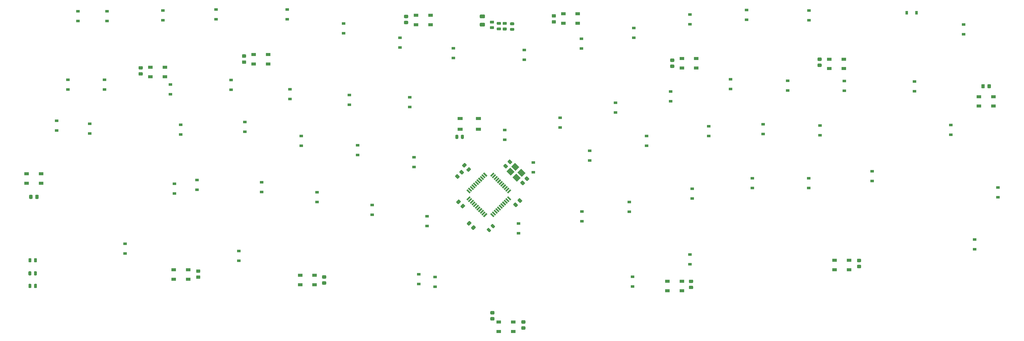
<source format=gbr>
%TF.GenerationSoftware,KiCad,Pcbnew,(5.1.6)-1*%
%TF.CreationDate,2020-07-28T20:53:14+02:00*%
%TF.ProjectId,Proyecto A,50726f79-6563-4746-9f20-412e6b696361,rev?*%
%TF.SameCoordinates,Original*%
%TF.FileFunction,Paste,Bot*%
%TF.FilePolarity,Positive*%
%FSLAX46Y46*%
G04 Gerber Fmt 4.6, Leading zero omitted, Abs format (unit mm)*
G04 Created by KiCad (PCBNEW (5.1.6)-1) date 2020-07-28 20:53:14*
%MOMM*%
%LPD*%
G01*
G04 APERTURE LIST*
%ADD10C,0.100000*%
%ADD11R,1.200000X0.900000*%
%ADD12R,1.800000X1.100000*%
%ADD13R,0.900000X1.200000*%
%ADD14R,1.500000X1.000000*%
G04 APERTURE END LIST*
%TO.C,R8*%
G36*
G01*
X234558650Y-2174501D02*
X233646150Y-2174501D01*
G75*
G02*
X233402400Y-1930751I0J243750D01*
G01*
X233402400Y-1443251D01*
G75*
G02*
X233646150Y-1199501I243750J0D01*
G01*
X234558650Y-1199501D01*
G75*
G02*
X234802400Y-1443251I0J-243750D01*
G01*
X234802400Y-1930751D01*
G75*
G02*
X234558650Y-2174501I-243750J0D01*
G01*
G37*
G36*
G01*
X234558650Y-299501D02*
X233646150Y-299501D01*
G75*
G02*
X233402400Y-55751I0J243750D01*
G01*
X233402400Y431749D01*
G75*
G02*
X233646150Y675499I243750J0D01*
G01*
X234558650Y675499D01*
G75*
G02*
X234802400Y431749I0J-243750D01*
G01*
X234802400Y-55751D01*
G75*
G02*
X234558650Y-299501I-243750J0D01*
G01*
G37*
%TD*%
D10*
%TO.C,Y1*%
G36*
X238595878Y-50368421D02*
G01*
X237323086Y-51641213D01*
X235838162Y-50156289D01*
X237110954Y-48883497D01*
X238595878Y-50368421D01*
G37*
G36*
X236545268Y-48317811D02*
G01*
X235272476Y-49590603D01*
X233787552Y-48105679D01*
X235060344Y-46832887D01*
X236545268Y-48317811D01*
G37*
G36*
X234918922Y-49944157D02*
G01*
X233646130Y-51216949D01*
X232161206Y-49732025D01*
X233433998Y-48459233D01*
X234918922Y-49944157D01*
G37*
G36*
X236969532Y-51994767D02*
G01*
X235696740Y-53267559D01*
X234211816Y-51782635D01*
X235484608Y-50509843D01*
X236969532Y-51994767D01*
G37*
%TD*%
%TO.C,C21*%
G36*
G01*
X171036401Y-86115499D02*
X170136399Y-86115499D01*
G75*
G02*
X169886400Y-85865500I0J249999D01*
G01*
X169886400Y-85215498D01*
G75*
G02*
X170136399Y-84965499I249999J0D01*
G01*
X171036401Y-84965499D01*
G75*
G02*
X171286400Y-85215498I0J-249999D01*
G01*
X171286400Y-85865500D01*
G75*
G02*
X171036401Y-86115499I-249999J0D01*
G01*
G37*
G36*
G01*
X171036401Y-88165499D02*
X170136399Y-88165499D01*
G75*
G02*
X169886400Y-87915500I0J249999D01*
G01*
X169886400Y-87265498D01*
G75*
G02*
X170136399Y-87015499I249999J0D01*
G01*
X171036401Y-87015499D01*
G75*
G02*
X171286400Y-87265498I0J-249999D01*
G01*
X171286400Y-87915500D01*
G75*
G02*
X171036401Y-88165499I-249999J0D01*
G01*
G37*
%TD*%
%TO.C,C20*%
G36*
G01*
X128491401Y-84132000D02*
X127591399Y-84132000D01*
G75*
G02*
X127341400Y-83882001I0J249999D01*
G01*
X127341400Y-83231999D01*
G75*
G02*
X127591399Y-82982000I249999J0D01*
G01*
X128491401Y-82982000D01*
G75*
G02*
X128741400Y-83231999I0J-249999D01*
G01*
X128741400Y-83882001D01*
G75*
G02*
X128491401Y-84132000I-249999J0D01*
G01*
G37*
G36*
G01*
X128491401Y-86182000D02*
X127591399Y-86182000D01*
G75*
G02*
X127341400Y-85932001I0J249999D01*
G01*
X127341400Y-85281999D01*
G75*
G02*
X127591399Y-85032000I249999J0D01*
G01*
X128491401Y-85032000D01*
G75*
G02*
X128741400Y-85281999I0J-249999D01*
G01*
X128741400Y-85932001D01*
G75*
G02*
X128491401Y-86182000I-249999J0D01*
G01*
G37*
%TD*%
%TO.C,C19*%
G36*
G01*
X72092400Y-57969999D02*
X72092400Y-58870001D01*
G75*
G02*
X71842401Y-59120000I-249999J0D01*
G01*
X71192399Y-59120000D01*
G75*
G02*
X70942400Y-58870001I0J249999D01*
G01*
X70942400Y-57969999D01*
G75*
G02*
X71192399Y-57720000I249999J0D01*
G01*
X71842401Y-57720000D01*
G75*
G02*
X72092400Y-57969999I0J-249999D01*
G01*
G37*
G36*
G01*
X74142400Y-57969999D02*
X74142400Y-58870001D01*
G75*
G02*
X73892401Y-59120000I-249999J0D01*
G01*
X73242399Y-59120000D01*
G75*
G02*
X72992400Y-58870001I0J249999D01*
G01*
X72992400Y-57969999D01*
G75*
G02*
X73242399Y-57720000I249999J0D01*
G01*
X73892401Y-57720000D01*
G75*
G02*
X74142400Y-57969999I0J-249999D01*
G01*
G37*
%TD*%
%TO.C,C18*%
G36*
G01*
X109060401Y-15298000D02*
X108160399Y-15298000D01*
G75*
G02*
X107910400Y-15048001I0J249999D01*
G01*
X107910400Y-14397999D01*
G75*
G02*
X108160399Y-14148000I249999J0D01*
G01*
X109060401Y-14148000D01*
G75*
G02*
X109310400Y-14397999I0J-249999D01*
G01*
X109310400Y-15048001D01*
G75*
G02*
X109060401Y-15298000I-249999J0D01*
G01*
G37*
G36*
G01*
X109060401Y-17348000D02*
X108160399Y-17348000D01*
G75*
G02*
X107910400Y-17098001I0J249999D01*
G01*
X107910400Y-16447999D01*
G75*
G02*
X108160399Y-16198000I249999J0D01*
G01*
X109060401Y-16198000D01*
G75*
G02*
X109310400Y-16447999I0J-249999D01*
G01*
X109310400Y-17098001D01*
G75*
G02*
X109060401Y-17348000I-249999J0D01*
G01*
G37*
%TD*%
%TO.C,C17*%
G36*
G01*
X143985401Y-11312499D02*
X143085399Y-11312499D01*
G75*
G02*
X142835400Y-11062500I0J249999D01*
G01*
X142835400Y-10412498D01*
G75*
G02*
X143085399Y-10162499I249999J0D01*
G01*
X143985401Y-10162499D01*
G75*
G02*
X144235400Y-10412498I0J-249999D01*
G01*
X144235400Y-11062500D01*
G75*
G02*
X143985401Y-11312499I-249999J0D01*
G01*
G37*
G36*
G01*
X143985401Y-13362499D02*
X143085399Y-13362499D01*
G75*
G02*
X142835400Y-13112500I0J249999D01*
G01*
X142835400Y-12462498D01*
G75*
G02*
X143085399Y-12212499I249999J0D01*
G01*
X143985401Y-12212499D01*
G75*
G02*
X144235400Y-12462498I0J-249999D01*
G01*
X144235400Y-13112500D01*
G75*
G02*
X143985401Y-13362499I-249999J0D01*
G01*
G37*
%TD*%
%TO.C,C16*%
G36*
G01*
X198722401Y2101000D02*
X197822399Y2101000D01*
G75*
G02*
X197572400Y2350999I0J249999D01*
G01*
X197572400Y3001001D01*
G75*
G02*
X197822399Y3251000I249999J0D01*
G01*
X198722401Y3251000D01*
G75*
G02*
X198972400Y3001001I0J-249999D01*
G01*
X198972400Y2350999D01*
G75*
G02*
X198722401Y2101000I-249999J0D01*
G01*
G37*
G36*
G01*
X198722401Y51000D02*
X197822399Y51000D01*
G75*
G02*
X197572400Y300999I0J249999D01*
G01*
X197572400Y951001D01*
G75*
G02*
X197822399Y1201000I249999J0D01*
G01*
X198722401Y1201000D01*
G75*
G02*
X198972400Y951001I0J-249999D01*
G01*
X198972400Y300999D01*
G75*
G02*
X198722401Y51000I-249999J0D01*
G01*
G37*
%TD*%
%TO.C,C15*%
G36*
G01*
X248633401Y2306499D02*
X247733399Y2306499D01*
G75*
G02*
X247483400Y2556498I0J249999D01*
G01*
X247483400Y3206500D01*
G75*
G02*
X247733399Y3456499I249999J0D01*
G01*
X248633401Y3456499D01*
G75*
G02*
X248883400Y3206500I0J-249999D01*
G01*
X248883400Y2556498D01*
G75*
G02*
X248633401Y2306499I-249999J0D01*
G01*
G37*
G36*
G01*
X248633401Y256499D02*
X247733399Y256499D01*
G75*
G02*
X247483400Y506498I0J249999D01*
G01*
X247483400Y1156500D01*
G75*
G02*
X247733399Y1406499I249999J0D01*
G01*
X248633401Y1406499D01*
G75*
G02*
X248883400Y1156500I0J-249999D01*
G01*
X248883400Y506498D01*
G75*
G02*
X248633401Y256499I-249999J0D01*
G01*
G37*
%TD*%
%TO.C,C14*%
G36*
G01*
X288638401Y-12709499D02*
X287738399Y-12709499D01*
G75*
G02*
X287488400Y-12459500I0J249999D01*
G01*
X287488400Y-11809498D01*
G75*
G02*
X287738399Y-11559499I249999J0D01*
G01*
X288638401Y-11559499D01*
G75*
G02*
X288888400Y-11809498I0J-249999D01*
G01*
X288888400Y-12459500D01*
G75*
G02*
X288638401Y-12709499I-249999J0D01*
G01*
G37*
G36*
G01*
X288638401Y-14759499D02*
X287738399Y-14759499D01*
G75*
G02*
X287488400Y-14509500I0J249999D01*
G01*
X287488400Y-13859498D01*
G75*
G02*
X287738399Y-13609499I249999J0D01*
G01*
X288638401Y-13609499D01*
G75*
G02*
X288888400Y-13859498I0J-249999D01*
G01*
X288888400Y-14509500D01*
G75*
G02*
X288638401Y-14759499I-249999J0D01*
G01*
G37*
%TD*%
%TO.C,C13*%
G36*
G01*
X338422401Y-12377000D02*
X337522399Y-12377000D01*
G75*
G02*
X337272400Y-12127001I0J249999D01*
G01*
X337272400Y-11476999D01*
G75*
G02*
X337522399Y-11227000I249999J0D01*
G01*
X338422401Y-11227000D01*
G75*
G02*
X338672400Y-11476999I0J-249999D01*
G01*
X338672400Y-12127001D01*
G75*
G02*
X338422401Y-12377000I-249999J0D01*
G01*
G37*
G36*
G01*
X338422401Y-14427000D02*
X337522399Y-14427000D01*
G75*
G02*
X337272400Y-14177001I0J249999D01*
G01*
X337272400Y-13526999D01*
G75*
G02*
X337522399Y-13277000I249999J0D01*
G01*
X338422401Y-13277000D01*
G75*
G02*
X338672400Y-13526999I0J-249999D01*
G01*
X338672400Y-14177001D01*
G75*
G02*
X338422401Y-14427000I-249999J0D01*
G01*
G37*
%TD*%
%TO.C,C12*%
G36*
G01*
X394683400Y-21405001D02*
X394683400Y-20504999D01*
G75*
G02*
X394933399Y-20255000I249999J0D01*
G01*
X395583401Y-20255000D01*
G75*
G02*
X395833400Y-20504999I0J-249999D01*
G01*
X395833400Y-21405001D01*
G75*
G02*
X395583401Y-21655000I-249999J0D01*
G01*
X394933399Y-21655000D01*
G75*
G02*
X394683400Y-21405001I0J249999D01*
G01*
G37*
G36*
G01*
X392633400Y-21405001D02*
X392633400Y-20504999D01*
G75*
G02*
X392883399Y-20255000I249999J0D01*
G01*
X393533401Y-20255000D01*
G75*
G02*
X393783400Y-20504999I0J-249999D01*
G01*
X393783400Y-21405001D01*
G75*
G02*
X393533401Y-21655000I-249999J0D01*
G01*
X392883399Y-21655000D01*
G75*
G02*
X392633400Y-21405001I0J249999D01*
G01*
G37*
%TD*%
%TO.C,C11*%
G36*
G01*
X351757401Y-80527499D02*
X350857399Y-80527499D01*
G75*
G02*
X350607400Y-80277500I0J249999D01*
G01*
X350607400Y-79627498D01*
G75*
G02*
X350857399Y-79377499I249999J0D01*
G01*
X351757401Y-79377499D01*
G75*
G02*
X352007400Y-79627498I0J-249999D01*
G01*
X352007400Y-80277500D01*
G75*
G02*
X351757401Y-80527499I-249999J0D01*
G01*
G37*
G36*
G01*
X351757401Y-82577499D02*
X350857399Y-82577499D01*
G75*
G02*
X350607400Y-82327500I0J249999D01*
G01*
X350607400Y-81677498D01*
G75*
G02*
X350857399Y-81427499I249999J0D01*
G01*
X351757401Y-81427499D01*
G75*
G02*
X352007400Y-81677498I0J-249999D01*
G01*
X352007400Y-82327500D01*
G75*
G02*
X351757401Y-82577499I-249999J0D01*
G01*
G37*
%TD*%
%TO.C,C10*%
G36*
G01*
X294988401Y-87609500D02*
X294088399Y-87609500D01*
G75*
G02*
X293838400Y-87359501I0J249999D01*
G01*
X293838400Y-86709499D01*
G75*
G02*
X294088399Y-86459500I249999J0D01*
G01*
X294988401Y-86459500D01*
G75*
G02*
X295238400Y-86709499I0J-249999D01*
G01*
X295238400Y-87359501D01*
G75*
G02*
X294988401Y-87609500I-249999J0D01*
G01*
G37*
G36*
G01*
X294988401Y-89659500D02*
X294088399Y-89659500D01*
G75*
G02*
X293838400Y-89409501I0J249999D01*
G01*
X293838400Y-88759499D01*
G75*
G02*
X294088399Y-88509500I249999J0D01*
G01*
X294988401Y-88509500D01*
G75*
G02*
X295238400Y-88759499I0J-249999D01*
G01*
X295238400Y-89409501D01*
G75*
G02*
X294988401Y-89659500I-249999J0D01*
G01*
G37*
%TD*%
%TO.C,C9*%
G36*
G01*
X238346401Y-101355499D02*
X237446399Y-101355499D01*
G75*
G02*
X237196400Y-101105500I0J249999D01*
G01*
X237196400Y-100455498D01*
G75*
G02*
X237446399Y-100205499I249999J0D01*
G01*
X238346401Y-100205499D01*
G75*
G02*
X238596400Y-100455498I0J-249999D01*
G01*
X238596400Y-101105500D01*
G75*
G02*
X238346401Y-101355499I-249999J0D01*
G01*
G37*
G36*
G01*
X238346401Y-103405499D02*
X237446399Y-103405499D01*
G75*
G02*
X237196400Y-103155500I0J249999D01*
G01*
X237196400Y-102505498D01*
G75*
G02*
X237446399Y-102255499I249999J0D01*
G01*
X238346401Y-102255499D01*
G75*
G02*
X238596400Y-102505498I0J-249999D01*
G01*
X238596400Y-103155500D01*
G75*
G02*
X238346401Y-103405499I-249999J0D01*
G01*
G37*
%TD*%
%TO.C,C7*%
G36*
G01*
X216963796Y-50787001D02*
X216327399Y-50150604D01*
G75*
G02*
X216327399Y-49797052I176776J176776D01*
G01*
X216787020Y-49337431D01*
G75*
G02*
X217140572Y-49337431I176776J-176776D01*
G01*
X217776969Y-49973828D01*
G75*
G02*
X217776969Y-50327380I-176776J-176776D01*
G01*
X217317348Y-50787001D01*
G75*
G02*
X216963796Y-50787001I-176776J176776D01*
G01*
G37*
G36*
G01*
X215514228Y-52236569D02*
X214877831Y-51600172D01*
G75*
G02*
X214877831Y-51246620I176776J176776D01*
G01*
X215337452Y-50786999D01*
G75*
G02*
X215691004Y-50786999I176776J-176776D01*
G01*
X216327401Y-51423396D01*
G75*
G02*
X216327401Y-51776948I-176776J-176776D01*
G01*
X215867780Y-52236569D01*
G75*
G02*
X215514228Y-52236569I-176776J176776D01*
G01*
G37*
%TD*%
%TO.C,C6*%
G36*
G01*
X218697399Y-49083396D02*
X219333796Y-48446999D01*
G75*
G02*
X219687348Y-48446999I176776J-176776D01*
G01*
X220146969Y-48906620D01*
G75*
G02*
X220146969Y-49260172I-176776J-176776D01*
G01*
X219510572Y-49896569D01*
G75*
G02*
X219157020Y-49896569I-176776J176776D01*
G01*
X218697399Y-49436948D01*
G75*
G02*
X218697399Y-49083396I176776J176776D01*
G01*
G37*
G36*
G01*
X217247831Y-47633828D02*
X217884228Y-46997431D01*
G75*
G02*
X218237780Y-46997431I176776J-176776D01*
G01*
X218697401Y-47457052D01*
G75*
G02*
X218697401Y-47810604I-176776J-176776D01*
G01*
X218061004Y-48447001D01*
G75*
G02*
X217707452Y-48447001I-176776J176776D01*
G01*
X217247831Y-47987380D01*
G75*
G02*
X217247831Y-47633828I176776J176776D01*
G01*
G37*
%TD*%
%TO.C,C5*%
G36*
G01*
X220297401Y-67470604D02*
X219661004Y-68107001D01*
G75*
G02*
X219307452Y-68107001I-176776J176776D01*
G01*
X218847831Y-67647380D01*
G75*
G02*
X218847831Y-67293828I176776J176776D01*
G01*
X219484228Y-66657431D01*
G75*
G02*
X219837780Y-66657431I176776J-176776D01*
G01*
X220297401Y-67117052D01*
G75*
G02*
X220297401Y-67470604I-176776J-176776D01*
G01*
G37*
G36*
G01*
X221746969Y-68920172D02*
X221110572Y-69556569D01*
G75*
G02*
X220757020Y-69556569I-176776J176776D01*
G01*
X220297399Y-69096948D01*
G75*
G02*
X220297399Y-68743396I176776J176776D01*
G01*
X220933796Y-68106999D01*
G75*
G02*
X221287348Y-68106999I176776J-176776D01*
G01*
X221746969Y-68566620D01*
G75*
G02*
X221746969Y-68920172I-176776J-176776D01*
G01*
G37*
%TD*%
%TO.C,C4*%
G36*
G01*
X236638796Y-60387001D02*
X236002399Y-59750604D01*
G75*
G02*
X236002399Y-59397052I176776J176776D01*
G01*
X236462020Y-58937431D01*
G75*
G02*
X236815572Y-58937431I176776J-176776D01*
G01*
X237451969Y-59573828D01*
G75*
G02*
X237451969Y-59927380I-176776J-176776D01*
G01*
X236992348Y-60387001D01*
G75*
G02*
X236638796Y-60387001I-176776J176776D01*
G01*
G37*
G36*
G01*
X235189228Y-61836569D02*
X234552831Y-61200172D01*
G75*
G02*
X234552831Y-60846620I176776J176776D01*
G01*
X235012452Y-60386999D01*
G75*
G02*
X235366004Y-60386999I176776J-176776D01*
G01*
X236002401Y-61023396D01*
G75*
G02*
X236002401Y-61376948I-176776J-176776D01*
G01*
X235542780Y-61836569D01*
G75*
G02*
X235189228Y-61836569I-176776J176776D01*
G01*
G37*
%TD*%
%TO.C,C3*%
G36*
G01*
X231998091Y-47289912D02*
X232634488Y-47926309D01*
G75*
G02*
X232634488Y-48279861I-176776J-176776D01*
G01*
X232174867Y-48739482D01*
G75*
G02*
X231821315Y-48739482I-176776J176776D01*
G01*
X231184918Y-48103085D01*
G75*
G02*
X231184918Y-47749533I176776J176776D01*
G01*
X231644539Y-47289912D01*
G75*
G02*
X231998091Y-47289912I176776J-176776D01*
G01*
G37*
G36*
G01*
X233447659Y-45840344D02*
X234084056Y-46476741D01*
G75*
G02*
X234084056Y-46830293I-176776J-176776D01*
G01*
X233624435Y-47289914D01*
G75*
G02*
X233270883Y-47289914I-176776J176776D01*
G01*
X232634486Y-46653517D01*
G75*
G02*
X232634486Y-46299965I176776J176776D01*
G01*
X233094107Y-45840344D01*
G75*
G02*
X233447659Y-45840344I176776J-176776D01*
G01*
G37*
%TD*%
%TO.C,C2*%
G36*
G01*
X239013796Y-52977001D02*
X238377399Y-52340604D01*
G75*
G02*
X238377399Y-51987052I176776J176776D01*
G01*
X238837020Y-51527431D01*
G75*
G02*
X239190572Y-51527431I176776J-176776D01*
G01*
X239826969Y-52163828D01*
G75*
G02*
X239826969Y-52517380I-176776J-176776D01*
G01*
X239367348Y-52977001D01*
G75*
G02*
X239013796Y-52977001I-176776J176776D01*
G01*
G37*
G36*
G01*
X237564228Y-54426569D02*
X236927831Y-53790172D01*
G75*
G02*
X236927831Y-53436620I176776J176776D01*
G01*
X237387452Y-52976999D01*
G75*
G02*
X237741004Y-52976999I176776J-176776D01*
G01*
X238377401Y-53613396D01*
G75*
G02*
X238377401Y-53966948I-176776J-176776D01*
G01*
X237917780Y-54426569D01*
G75*
G02*
X237564228Y-54426569I-176776J176776D01*
G01*
G37*
%TD*%
%TO.C,C1*%
G36*
G01*
X216710312Y-61466309D02*
X217346709Y-60829912D01*
G75*
G02*
X217700261Y-60829912I176776J-176776D01*
G01*
X218159882Y-61289533D01*
G75*
G02*
X218159882Y-61643085I-176776J-176776D01*
G01*
X217523485Y-62279482D01*
G75*
G02*
X217169933Y-62279482I-176776J176776D01*
G01*
X216710312Y-61819861D01*
G75*
G02*
X216710312Y-61466309I176776J176776D01*
G01*
G37*
G36*
G01*
X215260744Y-60016741D02*
X215897141Y-59380344D01*
G75*
G02*
X216250693Y-59380344I176776J-176776D01*
G01*
X216710314Y-59839965D01*
G75*
G02*
X216710314Y-60193517I-176776J-176776D01*
G01*
X216073917Y-60829914D01*
G75*
G02*
X215720365Y-60829914I-176776J176776D01*
G01*
X215260744Y-60370293D01*
G75*
G02*
X215260744Y-60016741I176776J176776D01*
G01*
G37*
%TD*%
%TO.C,R11*%
G36*
G01*
X227877401Y-98247000D02*
X226977399Y-98247000D01*
G75*
G02*
X226727400Y-97997001I0J249999D01*
G01*
X226727400Y-97346999D01*
G75*
G02*
X226977399Y-97097000I249999J0D01*
G01*
X227877401Y-97097000D01*
G75*
G02*
X228127400Y-97346999I0J-249999D01*
G01*
X228127400Y-97997001D01*
G75*
G02*
X227877401Y-98247000I-249999J0D01*
G01*
G37*
G36*
G01*
X227877401Y-100297000D02*
X226977399Y-100297000D01*
G75*
G02*
X226727400Y-100047001I0J249999D01*
G01*
X226727400Y-99396999D01*
G75*
G02*
X226977399Y-99147000I249999J0D01*
G01*
X227877401Y-99147000D01*
G75*
G02*
X228127400Y-99396999I0J-249999D01*
G01*
X228127400Y-100047001D01*
G75*
G02*
X227877401Y-100297000I-249999J0D01*
G01*
G37*
%TD*%
%TO.C,R2*%
G36*
G01*
X232058650Y-2049500D02*
X231146150Y-2049500D01*
G75*
G02*
X230902400Y-1805750I0J243750D01*
G01*
X230902400Y-1318250D01*
G75*
G02*
X231146150Y-1074500I243750J0D01*
G01*
X232058650Y-1074500D01*
G75*
G02*
X232302400Y-1318250I0J-243750D01*
G01*
X232302400Y-1805750D01*
G75*
G02*
X232058650Y-2049500I-243750J0D01*
G01*
G37*
G36*
G01*
X232058650Y-174500D02*
X231146150Y-174500D01*
G75*
G02*
X230902400Y69250I0J243750D01*
G01*
X230902400Y556750D01*
G75*
G02*
X231146150Y800500I243750J0D01*
G01*
X232058650Y800500D01*
G75*
G02*
X232302400Y556750I0J-243750D01*
G01*
X232302400Y69250D01*
G75*
G02*
X232058650Y-174500I-243750J0D01*
G01*
G37*
%TD*%
%TO.C,R1*%
G36*
G01*
X230083650Y-2024500D02*
X229171150Y-2024500D01*
G75*
G02*
X228927400Y-1780750I0J243750D01*
G01*
X228927400Y-1293250D01*
G75*
G02*
X229171150Y-1049500I243750J0D01*
G01*
X230083650Y-1049500D01*
G75*
G02*
X230327400Y-1293250I0J-243750D01*
G01*
X230327400Y-1780750D01*
G75*
G02*
X230083650Y-2024500I-243750J0D01*
G01*
G37*
G36*
G01*
X230083650Y-149500D02*
X229171150Y-149500D01*
G75*
G02*
X228927400Y94250I0J243750D01*
G01*
X228927400Y581750D01*
G75*
G02*
X229171150Y825500I243750J0D01*
G01*
X230083650Y825500D01*
G75*
G02*
X230327400Y581750I0J-243750D01*
G01*
X230327400Y94250D01*
G75*
G02*
X230083650Y-149500I-243750J0D01*
G01*
G37*
%TD*%
D11*
%TO.C,D_63*%
X294177400Y-81217000D03*
X294177400Y-77917000D03*
%TD*%
%TO.C,R6*%
G36*
G01*
X71684900Y-88130750D02*
X71684900Y-89043250D01*
G75*
G02*
X71441150Y-89287000I-243750J0D01*
G01*
X70953650Y-89287000D01*
G75*
G02*
X70709900Y-89043250I0J243750D01*
G01*
X70709900Y-88130750D01*
G75*
G02*
X70953650Y-87887000I243750J0D01*
G01*
X71441150Y-87887000D01*
G75*
G02*
X71684900Y-88130750I0J-243750D01*
G01*
G37*
G36*
G01*
X73559900Y-88130750D02*
X73559900Y-89043250D01*
G75*
G02*
X73316150Y-89287000I-243750J0D01*
G01*
X72828650Y-89287000D01*
G75*
G02*
X72584900Y-89043250I0J243750D01*
G01*
X72584900Y-88130750D01*
G75*
G02*
X72828650Y-87887000I243750J0D01*
G01*
X73316150Y-87887000D01*
G75*
G02*
X73559900Y-88130750I0J-243750D01*
G01*
G37*
%TD*%
%TO.C,D_40*%
X300557528Y-37820961D03*
X300557528Y-34520961D03*
%TD*%
%TO.C,D_44*%
X386670000Y-50000D03*
X386670000Y-3350000D03*
%TD*%
D10*
%TO.C,U1*%
G36*
X219684700Y-58206978D02*
G01*
X220073608Y-58595886D01*
X219012948Y-59656546D01*
X218624040Y-59267638D01*
X219684700Y-58206978D01*
G37*
G36*
X220250386Y-58772663D02*
G01*
X220639294Y-59161571D01*
X219578634Y-60222231D01*
X219189726Y-59833323D01*
X220250386Y-58772663D01*
G37*
G36*
X220816071Y-59338348D02*
G01*
X221204979Y-59727256D01*
X220144319Y-60787916D01*
X219755411Y-60399008D01*
X220816071Y-59338348D01*
G37*
G36*
X221381756Y-59904034D02*
G01*
X221770664Y-60292942D01*
X220710004Y-61353602D01*
X220321096Y-60964694D01*
X221381756Y-59904034D01*
G37*
G36*
X221947442Y-60469719D02*
G01*
X222336350Y-60858627D01*
X221275690Y-61919287D01*
X220886782Y-61530379D01*
X221947442Y-60469719D01*
G37*
G36*
X222513127Y-61035405D02*
G01*
X222902035Y-61424313D01*
X221841375Y-62484973D01*
X221452467Y-62096065D01*
X222513127Y-61035405D01*
G37*
G36*
X223078813Y-61601090D02*
G01*
X223467721Y-61989998D01*
X222407061Y-63050658D01*
X222018153Y-62661750D01*
X223078813Y-61601090D01*
G37*
G36*
X223644498Y-62166776D02*
G01*
X224033406Y-62555684D01*
X222972746Y-63616344D01*
X222583838Y-63227436D01*
X223644498Y-62166776D01*
G37*
G36*
X224210184Y-62732461D02*
G01*
X224599092Y-63121369D01*
X223538432Y-64182029D01*
X223149524Y-63793121D01*
X224210184Y-62732461D01*
G37*
G36*
X224775869Y-63298146D02*
G01*
X225164777Y-63687054D01*
X224104117Y-64747714D01*
X223715209Y-64358806D01*
X224775869Y-63298146D01*
G37*
G36*
X225341554Y-63863832D02*
G01*
X225730462Y-64252740D01*
X224669802Y-65313400D01*
X224280894Y-64924492D01*
X225341554Y-63863832D01*
G37*
G36*
X226685058Y-64252740D02*
G01*
X227073966Y-63863832D01*
X228134626Y-64924492D01*
X227745718Y-65313400D01*
X226685058Y-64252740D01*
G37*
G36*
X227250743Y-63687054D02*
G01*
X227639651Y-63298146D01*
X228700311Y-64358806D01*
X228311403Y-64747714D01*
X227250743Y-63687054D01*
G37*
G36*
X227816428Y-63121369D02*
G01*
X228205336Y-62732461D01*
X229265996Y-63793121D01*
X228877088Y-64182029D01*
X227816428Y-63121369D01*
G37*
G36*
X228382114Y-62555684D02*
G01*
X228771022Y-62166776D01*
X229831682Y-63227436D01*
X229442774Y-63616344D01*
X228382114Y-62555684D01*
G37*
G36*
X228947799Y-61989998D02*
G01*
X229336707Y-61601090D01*
X230397367Y-62661750D01*
X230008459Y-63050658D01*
X228947799Y-61989998D01*
G37*
G36*
X229513485Y-61424313D02*
G01*
X229902393Y-61035405D01*
X230963053Y-62096065D01*
X230574145Y-62484973D01*
X229513485Y-61424313D01*
G37*
G36*
X230079170Y-60858627D02*
G01*
X230468078Y-60469719D01*
X231528738Y-61530379D01*
X231139830Y-61919287D01*
X230079170Y-60858627D01*
G37*
G36*
X230644856Y-60292942D02*
G01*
X231033764Y-59904034D01*
X232094424Y-60964694D01*
X231705516Y-61353602D01*
X230644856Y-60292942D01*
G37*
G36*
X231210541Y-59727256D02*
G01*
X231599449Y-59338348D01*
X232660109Y-60399008D01*
X232271201Y-60787916D01*
X231210541Y-59727256D01*
G37*
G36*
X231776226Y-59161571D02*
G01*
X232165134Y-58772663D01*
X233225794Y-59833323D01*
X232836886Y-60222231D01*
X231776226Y-59161571D01*
G37*
G36*
X232341912Y-58595886D02*
G01*
X232730820Y-58206978D01*
X233791480Y-59267638D01*
X233402572Y-59656546D01*
X232341912Y-58595886D01*
G37*
G36*
X233402572Y-55802814D02*
G01*
X233791480Y-56191722D01*
X232730820Y-57252382D01*
X232341912Y-56863474D01*
X233402572Y-55802814D01*
G37*
G36*
X232836886Y-55237129D02*
G01*
X233225794Y-55626037D01*
X232165134Y-56686697D01*
X231776226Y-56297789D01*
X232836886Y-55237129D01*
G37*
G36*
X232271201Y-54671444D02*
G01*
X232660109Y-55060352D01*
X231599449Y-56121012D01*
X231210541Y-55732104D01*
X232271201Y-54671444D01*
G37*
G36*
X231705516Y-54105758D02*
G01*
X232094424Y-54494666D01*
X231033764Y-55555326D01*
X230644856Y-55166418D01*
X231705516Y-54105758D01*
G37*
G36*
X231139830Y-53540073D02*
G01*
X231528738Y-53928981D01*
X230468078Y-54989641D01*
X230079170Y-54600733D01*
X231139830Y-53540073D01*
G37*
G36*
X230574145Y-52974387D02*
G01*
X230963053Y-53363295D01*
X229902393Y-54423955D01*
X229513485Y-54035047D01*
X230574145Y-52974387D01*
G37*
G36*
X230008459Y-52408702D02*
G01*
X230397367Y-52797610D01*
X229336707Y-53858270D01*
X228947799Y-53469362D01*
X230008459Y-52408702D01*
G37*
G36*
X229442774Y-51843016D02*
G01*
X229831682Y-52231924D01*
X228771022Y-53292584D01*
X228382114Y-52903676D01*
X229442774Y-51843016D01*
G37*
G36*
X228877088Y-51277331D02*
G01*
X229265996Y-51666239D01*
X228205336Y-52726899D01*
X227816428Y-52337991D01*
X228877088Y-51277331D01*
G37*
G36*
X228311403Y-50711646D02*
G01*
X228700311Y-51100554D01*
X227639651Y-52161214D01*
X227250743Y-51772306D01*
X228311403Y-50711646D01*
G37*
G36*
X227745718Y-50145960D02*
G01*
X228134626Y-50534868D01*
X227073966Y-51595528D01*
X226685058Y-51206620D01*
X227745718Y-50145960D01*
G37*
G36*
X224280894Y-50534868D02*
G01*
X224669802Y-50145960D01*
X225730462Y-51206620D01*
X225341554Y-51595528D01*
X224280894Y-50534868D01*
G37*
G36*
X223715209Y-51100554D02*
G01*
X224104117Y-50711646D01*
X225164777Y-51772306D01*
X224775869Y-52161214D01*
X223715209Y-51100554D01*
G37*
G36*
X223149524Y-51666239D02*
G01*
X223538432Y-51277331D01*
X224599092Y-52337991D01*
X224210184Y-52726899D01*
X223149524Y-51666239D01*
G37*
G36*
X222583838Y-52231924D02*
G01*
X222972746Y-51843016D01*
X224033406Y-52903676D01*
X223644498Y-53292584D01*
X222583838Y-52231924D01*
G37*
G36*
X222018153Y-52797610D02*
G01*
X222407061Y-52408702D01*
X223467721Y-53469362D01*
X223078813Y-53858270D01*
X222018153Y-52797610D01*
G37*
G36*
X221452467Y-53363295D02*
G01*
X221841375Y-52974387D01*
X222902035Y-54035047D01*
X222513127Y-54423955D01*
X221452467Y-53363295D01*
G37*
G36*
X220886782Y-53928981D02*
G01*
X221275690Y-53540073D01*
X222336350Y-54600733D01*
X221947442Y-54989641D01*
X220886782Y-53928981D01*
G37*
G36*
X220321096Y-54494666D02*
G01*
X220710004Y-54105758D01*
X221770664Y-55166418D01*
X221381756Y-55555326D01*
X220321096Y-54494666D01*
G37*
G36*
X219755411Y-55060352D02*
G01*
X220144319Y-54671444D01*
X221204979Y-55732104D01*
X220816071Y-56121012D01*
X219755411Y-55060352D01*
G37*
G36*
X219189726Y-55626037D02*
G01*
X219578634Y-55237129D01*
X220639294Y-56297789D01*
X220250386Y-56686697D01*
X219189726Y-55626037D01*
G37*
G36*
X218624040Y-56191722D02*
G01*
X219012948Y-55802814D01*
X220073608Y-56863474D01*
X219684700Y-57252382D01*
X218624040Y-56191722D01*
G37*
%TD*%
D12*
%TO.C,SW1*%
X216550000Y-35550000D03*
X222750000Y-35550000D03*
X216550000Y-31850000D03*
X222750000Y-31850000D03*
%TD*%
%TO.C,R9*%
G36*
G01*
X227758650Y-1599500D02*
X226846150Y-1599500D01*
G75*
G02*
X226602400Y-1355750I0J243750D01*
G01*
X226602400Y-868250D01*
G75*
G02*
X226846150Y-624500I243750J0D01*
G01*
X227758650Y-624500D01*
G75*
G02*
X228002400Y-868250I0J-243750D01*
G01*
X228002400Y-1355750D01*
G75*
G02*
X227758650Y-1599500I-243750J0D01*
G01*
G37*
G36*
G01*
X227758650Y275500D02*
X226846150Y275500D01*
G75*
G02*
X226602400Y519250I0J243750D01*
G01*
X226602400Y1006750D01*
G75*
G02*
X226846150Y1250500I243750J0D01*
G01*
X227758650Y1250500D01*
G75*
G02*
X228002400Y1006750I0J-243750D01*
G01*
X228002400Y519250D01*
G75*
G02*
X227758650Y275500I-243750J0D01*
G01*
G37*
%TD*%
%TO.C,R7*%
G36*
G01*
X71664900Y-83860750D02*
X71664900Y-84773250D01*
G75*
G02*
X71421150Y-85017000I-243750J0D01*
G01*
X70933650Y-85017000D01*
G75*
G02*
X70689900Y-84773250I0J243750D01*
G01*
X70689900Y-83860750D01*
G75*
G02*
X70933650Y-83617000I243750J0D01*
G01*
X71421150Y-83617000D01*
G75*
G02*
X71664900Y-83860750I0J-243750D01*
G01*
G37*
G36*
G01*
X73539900Y-83860750D02*
X73539900Y-84773250D01*
G75*
G02*
X73296150Y-85017000I-243750J0D01*
G01*
X72808650Y-85017000D01*
G75*
G02*
X72564900Y-84773250I0J243750D01*
G01*
X72564900Y-83860750D01*
G75*
G02*
X72808650Y-83617000I243750J0D01*
G01*
X73296150Y-83617000D01*
G75*
G02*
X73539900Y-83860750I0J-243750D01*
G01*
G37*
%TD*%
%TO.C,R5*%
G36*
G01*
X71684900Y-79430750D02*
X71684900Y-80343250D01*
G75*
G02*
X71441150Y-80587000I-243750J0D01*
G01*
X70953650Y-80587000D01*
G75*
G02*
X70709900Y-80343250I0J243750D01*
G01*
X70709900Y-79430750D01*
G75*
G02*
X70953650Y-79187000I243750J0D01*
G01*
X71441150Y-79187000D01*
G75*
G02*
X71684900Y-79430750I0J-243750D01*
G01*
G37*
G36*
G01*
X73559900Y-79430750D02*
X73559900Y-80343250D01*
G75*
G02*
X73316150Y-80587000I-243750J0D01*
G01*
X72828650Y-80587000D01*
G75*
G02*
X72584900Y-80343250I0J243750D01*
G01*
X72584900Y-79430750D01*
G75*
G02*
X72828650Y-79187000I243750J0D01*
G01*
X73316150Y-79187000D01*
G75*
G02*
X73559900Y-79430750I0J-243750D01*
G01*
G37*
%TD*%
%TO.C,R4*%
G36*
G01*
X227568216Y-68991419D02*
X226922981Y-68346184D01*
G75*
G02*
X226922981Y-68001470I172357J172357D01*
G01*
X227267696Y-67656755D01*
G75*
G02*
X227612410Y-67656755I172357J-172357D01*
G01*
X228257645Y-68301990D01*
G75*
G02*
X228257645Y-68646704I-172357J-172357D01*
G01*
X227912930Y-68991419D01*
G75*
G02*
X227568216Y-68991419I-172357J172357D01*
G01*
G37*
G36*
G01*
X226242390Y-70317245D02*
X225597155Y-69672010D01*
G75*
G02*
X225597155Y-69327296I172357J172357D01*
G01*
X225941870Y-68982581D01*
G75*
G02*
X226286584Y-68982581I172357J-172357D01*
G01*
X226931819Y-69627816D01*
G75*
G02*
X226931819Y-69972530I-172357J-172357D01*
G01*
X226587104Y-70317245D01*
G75*
G02*
X226242390Y-70317245I-172357J172357D01*
G01*
G37*
%TD*%
%TO.C,R3*%
G36*
G01*
X215914901Y-37630750D02*
X215914901Y-38543250D01*
G75*
G02*
X215671151Y-38787000I-243750J0D01*
G01*
X215183651Y-38787000D01*
G75*
G02*
X214939901Y-38543250I0J243750D01*
G01*
X214939901Y-37630750D01*
G75*
G02*
X215183651Y-37387000I243750J0D01*
G01*
X215671151Y-37387000D01*
G75*
G02*
X215914901Y-37630750I0J-243750D01*
G01*
G37*
G36*
G01*
X217789901Y-37630750D02*
X217789901Y-38543250D01*
G75*
G02*
X217546151Y-38787000I-243750J0D01*
G01*
X217058651Y-38787000D01*
G75*
G02*
X216814901Y-38543250I0J243750D01*
G01*
X216814901Y-37630750D01*
G75*
G02*
X217058651Y-37387000I243750J0D01*
G01*
X217546151Y-37387000D01*
G75*
G02*
X217789901Y-37630750I0J-243750D01*
G01*
G37*
%TD*%
%TO.C,F1*%
G36*
G01*
X224675000Y2075000D02*
X223425000Y2075000D01*
G75*
G02*
X223175000Y2325000I0J250000D01*
G01*
X223175000Y3075000D01*
G75*
G02*
X223425000Y3325000I250000J0D01*
G01*
X224675000Y3325000D01*
G75*
G02*
X224925000Y3075000I0J-250000D01*
G01*
X224925000Y2325000D01*
G75*
G02*
X224675000Y2075000I-250000J0D01*
G01*
G37*
G36*
G01*
X224675000Y-725000D02*
X223425000Y-725000D01*
G75*
G02*
X223175000Y-475000I0J250000D01*
G01*
X223175000Y275000D01*
G75*
G02*
X223425000Y525000I250000J0D01*
G01*
X224675000Y525000D01*
G75*
G02*
X224925000Y275000I0J-250000D01*
G01*
X224925000Y-475000D01*
G75*
G02*
X224675000Y-725000I-250000J0D01*
G01*
G37*
%TD*%
D11*
%TO.C,D_65*%
X398250000Y-55250000D03*
X398250000Y-58550000D03*
%TD*%
%TO.C,D_64*%
X390350000Y-76150000D03*
X390350000Y-72850000D03*
%TD*%
%TO.C,D_62*%
X274768750Y-88768750D03*
X274768750Y-85468750D03*
%TD*%
%TO.C,D_61*%
X208050000Y-88900000D03*
X208050000Y-85600000D03*
%TD*%
%TO.C,D_60*%
X202550000Y-87900000D03*
X202550000Y-84600000D03*
%TD*%
%TO.C,D_59*%
X141807400Y-80097000D03*
X141807400Y-76797000D03*
%TD*%
%TO.C,D_58*%
X103318750Y-77593750D03*
X103318750Y-74293750D03*
%TD*%
%TO.C,D_57*%
X355731250Y-53050000D03*
X355731250Y-49750000D03*
%TD*%
%TO.C,D_56*%
X334300000Y-55431250D03*
X334300000Y-52131250D03*
%TD*%
%TO.C,D_55*%
X315250000Y-55431250D03*
X315250000Y-52131250D03*
%TD*%
%TO.C,D_54*%
X294980000Y-59000000D03*
X294980000Y-55700000D03*
%TD*%
%TO.C,D_53*%
X273650000Y-63500000D03*
X273650000Y-60200000D03*
%TD*%
%TO.C,D_52*%
X257650000Y-66640000D03*
X257650000Y-63340000D03*
%TD*%
%TO.C,D_51*%
X236300000Y-70750000D03*
X236300000Y-67450000D03*
%TD*%
%TO.C,D_50*%
X205400000Y-68300000D03*
X205400000Y-65000000D03*
%TD*%
%TO.C,D_49*%
X186850000Y-64450000D03*
X186850000Y-61150000D03*
%TD*%
%TO.C,D_48*%
X168200000Y-60200000D03*
X168200000Y-56900000D03*
%TD*%
%TO.C,D_47*%
X149450000Y-56750000D03*
X149450000Y-53450000D03*
%TD*%
%TO.C,D_46*%
X127620000Y-56040000D03*
X127620000Y-52740000D03*
%TD*%
%TO.C,D_45*%
X119987500Y-57250000D03*
X119987500Y-53950000D03*
%TD*%
%TO.C,D_43*%
X382350000Y-37400000D03*
X382350000Y-34100000D03*
%TD*%
%TO.C,D_42*%
X338100000Y-37530000D03*
X338100000Y-34230000D03*
%TD*%
%TO.C,D_41*%
X318900000Y-37150000D03*
X318900000Y-33850000D03*
%TD*%
%TO.C,D_39*%
X279531250Y-41143750D03*
X279531250Y-37843750D03*
%TD*%
%TO.C,D_38*%
X260270000Y-46140000D03*
X260270000Y-42840000D03*
%TD*%
%TO.C,D_37*%
X241250000Y-50050000D03*
X241250000Y-46750000D03*
%TD*%
%TO.C,D_36*%
X200950000Y-48287500D03*
X200950000Y-44987500D03*
%TD*%
%TO.C,D_35*%
X181900000Y-44256250D03*
X181900000Y-40956250D03*
%TD*%
%TO.C,D_34*%
X162850000Y-41143750D03*
X162850000Y-37843750D03*
%TD*%
%TO.C,D_33*%
X143800000Y-36381250D03*
X143800000Y-33081250D03*
%TD*%
%TO.C,D_32*%
X122170000Y-37310000D03*
X122170000Y-34010000D03*
%TD*%
%TO.C,D_31*%
X91410000Y-36950000D03*
X91410000Y-33650000D03*
%TD*%
%TO.C,D_30*%
X80250000Y-35950000D03*
X80250000Y-32650000D03*
%TD*%
%TO.C,D_29*%
X370049999Y-22643750D03*
X370049999Y-19343750D03*
%TD*%
%TO.C,D_28*%
X346289074Y-22470545D03*
X346289074Y-19170545D03*
%TD*%
%TO.C,D_27*%
X327175000Y-22375000D03*
X327175000Y-19075000D03*
%TD*%
%TO.C,D_26*%
X307930000Y-21915001D03*
X307930000Y-18615001D03*
%TD*%
%TO.C,D_25*%
X287625000Y-26000000D03*
X287625000Y-22700000D03*
%TD*%
%TO.C,D_24*%
X269000000Y-29850000D03*
X269000000Y-26550000D03*
%TD*%
%TO.C,D_23*%
X250350000Y-34925000D03*
X250350000Y-31625000D03*
%TD*%
%TO.C,D_22*%
X231575000Y-39075000D03*
X231575000Y-35775000D03*
%TD*%
%TO.C,D_21*%
X199520000Y-28010000D03*
X199520000Y-24710000D03*
%TD*%
%TO.C,D_20*%
X179100000Y-27250000D03*
X179100000Y-23950000D03*
%TD*%
%TO.C,D_19*%
X159075000Y-25275000D03*
X159075000Y-21975000D03*
%TD*%
%TO.C,D_18*%
X139127400Y-22187000D03*
X139127400Y-18887000D03*
%TD*%
%TO.C,D_17*%
X118700000Y-23700000D03*
X118700000Y-20400000D03*
%TD*%
%TO.C,D_16*%
X96375000Y-22050000D03*
X96375000Y-18750000D03*
%TD*%
%TO.C,D_15*%
X84000000Y-22050000D03*
X84000000Y-18750000D03*
%TD*%
D13*
%TO.C,D_14*%
X370700000Y3900000D03*
X367400000Y3900000D03*
%TD*%
D11*
%TO.C,D_13*%
X334400000Y1400000D03*
X334400000Y4700000D03*
%TD*%
%TO.C,D_12*%
X313350000Y1550000D03*
X313350000Y4850000D03*
%TD*%
%TO.C,D_11*%
X294150000Y0D03*
X294150000Y3300000D03*
%TD*%
%TO.C,D_10*%
X275200000Y-4500000D03*
X275200000Y-1200000D03*
%TD*%
%TO.C,D_9*%
X257500000Y-8150000D03*
X257500000Y-4850000D03*
%TD*%
%TO.C,D_8*%
X238250000Y-12000000D03*
X238250000Y-8700000D03*
%TD*%
%TO.C,D_7*%
X214240000Y-11410000D03*
X214240000Y-8110000D03*
%TD*%
%TO.C,D_6*%
X196187500Y-7806250D03*
X196187500Y-4506250D03*
%TD*%
%TO.C,D_5*%
X177137500Y-3043750D03*
X177137500Y256250D03*
%TD*%
%TO.C,D_4*%
X158087500Y1718750D03*
X158087500Y5018750D03*
%TD*%
%TO.C,D_3*%
X134050000Y1750000D03*
X134050000Y5050000D03*
%TD*%
%TO.C,D_2*%
X116100000Y1350000D03*
X116100000Y4650000D03*
%TD*%
%TO.C,D_1*%
X97200000Y1100000D03*
X97200000Y4400000D03*
%TD*%
%TO.C,D_0*%
X87400000Y1150000D03*
X87400000Y4450000D03*
%TD*%
D14*
%TO.C,D16*%
X256277400Y3563000D03*
X256277400Y363000D03*
X251377400Y3563000D03*
X251377400Y363000D03*
%TD*%
%TO.C,D15*%
X167377400Y-84987000D03*
X167377400Y-88187000D03*
X162477400Y-84987000D03*
X162477400Y-88187000D03*
%TD*%
%TO.C,D14*%
X296327400Y-11587000D03*
X296327400Y-14787000D03*
X291427400Y-11587000D03*
X291427400Y-14787000D03*
%TD*%
%TO.C,D13*%
X124677400Y-83087000D03*
X124677400Y-86287000D03*
X119777400Y-83087000D03*
X119777400Y-86287000D03*
%TD*%
%TO.C,D12*%
X346127400Y-11787000D03*
X346127400Y-14987000D03*
X341227400Y-11787000D03*
X341227400Y-14987000D03*
%TD*%
%TO.C,D11*%
X70077400Y-53787000D03*
X70077400Y-50587000D03*
X74977400Y-53787000D03*
X74977400Y-50587000D03*
%TD*%
%TO.C,D10*%
X396677400Y-24487000D03*
X396677400Y-27687000D03*
X391777400Y-24487000D03*
X391777400Y-27687000D03*
%TD*%
%TO.C,D9*%
X116777400Y-14537000D03*
X116777400Y-17737000D03*
X111877400Y-14537000D03*
X111877400Y-17737000D03*
%TD*%
%TO.C,D8*%
X347927400Y-79887000D03*
X347927400Y-83087000D03*
X343027400Y-79887000D03*
X343027400Y-83087000D03*
%TD*%
%TO.C,D7*%
X151677400Y-10187000D03*
X151677400Y-13387000D03*
X146777400Y-10187000D03*
X146777400Y-13387000D03*
%TD*%
%TO.C,D6*%
X291477400Y-86987000D03*
X291477400Y-90187000D03*
X286577400Y-86987000D03*
X286577400Y-90187000D03*
%TD*%
%TO.C,D5*%
X206577400Y3063000D03*
X206577400Y-137000D03*
X201677400Y3063000D03*
X201677400Y-137000D03*
%TD*%
%TO.C,D4*%
X234477400Y-100787000D03*
X234477400Y-103987000D03*
X229577400Y-100787000D03*
X229577400Y-103987000D03*
%TD*%
M02*

</source>
